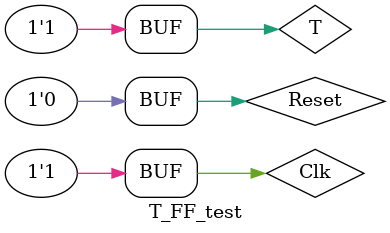
<source format=v>
`timescale 1ns / 1ps


module T_FF_test;

	// Inputs
	reg T;
	reg Clk;
	reg Reset;

	// Outputs
	wire Q;
	wire Qbar;

	// Instantiate the Unit Under Test (UUT)
	T_FF uut (
		.T(T), 
		.Clk(Clk), 
		.Reset(Reset), 
		.Q(Q), 
		.Qbar(Qbar)
	);

		initial begin
		
		Reset = 0 ;
		repeat (2)
		#1 Reset = ~Reset ;
		end
		
	initial begin
	
		Clk = 0 ;
		repeat (9)
		#100 Clk = ~ Clk ;
		end
		
		initial begin
		T = 0 ;
		repeat (5)
		#200 T = ~T ;
		end
      
endmodule


</source>
